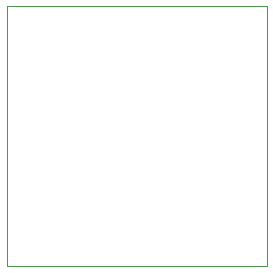
<source format=gbr>
G04 #@! TF.GenerationSoftware,KiCad,Pcbnew,5.1.4-e60b266~84~ubuntu18.04.1*
G04 #@! TF.CreationDate,2019-10-31T20:09:33+08:00*
G04 #@! TF.ProjectId,dap-stm32f103,6461702d-7374-46d3-9332-663130332e6b,rev?*
G04 #@! TF.SameCoordinates,Original*
G04 #@! TF.FileFunction,Profile,NP*
%FSLAX46Y46*%
G04 Gerber Fmt 4.6, Leading zero omitted, Abs format (unit mm)*
G04 Created by KiCad (PCBNEW 5.1.4-e60b266~84~ubuntu18.04.1) date 2019-10-31 20:09:33*
%MOMM*%
%LPD*%
G04 APERTURE LIST*
%ADD10C,0.050000*%
G04 APERTURE END LIST*
D10*
X135964000Y-95868000D02*
X135964000Y-73868000D01*
X135964000Y-73868000D02*
X113964000Y-73868000D01*
X113964000Y-73868000D02*
X113964000Y-95868000D01*
X135964000Y-95868000D02*
X113964000Y-95868000D01*
M02*

</source>
